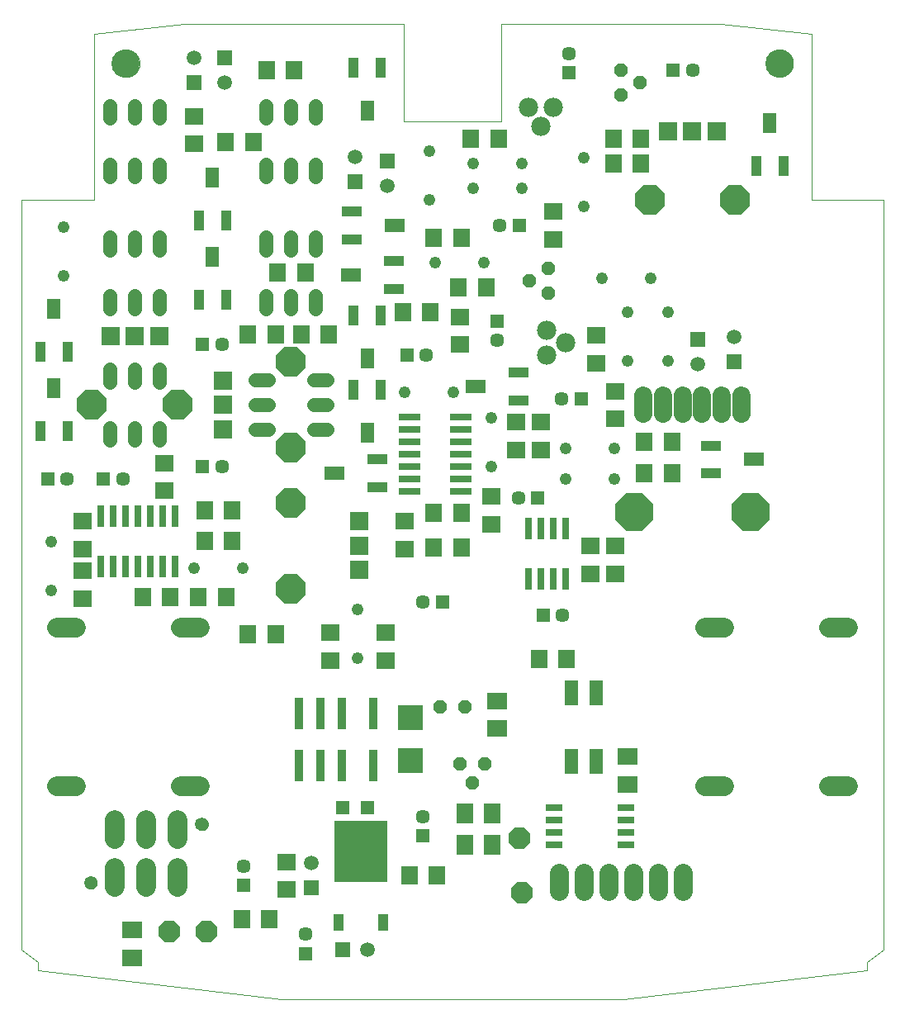
<source format=gts>
G75*
%MOIN*%
%OFA0B0*%
%FSLAX25Y25*%
%IPPOS*%
%LPD*%
%AMOC8*
5,1,8,0,0,1.08239X$1,22.5*
%
%ADD10C,0.00000*%
%ADD11C,0.04900*%
%ADD12R,0.05715X0.05715*%
%ADD13C,0.05715*%
%ADD14R,0.07487X0.06699*%
%ADD15R,0.06699X0.07487*%
%ADD16C,0.05943*%
%ADD17R,0.05943X0.05943*%
%ADD18C,0.05600*%
%ADD19R,0.02762X0.09061*%
%ADD20R,0.09061X0.02762*%
%ADD21C,0.08077*%
%ADD22R,0.03550X0.12605*%
%ADD23OC8,0.05600*%
%ADD24OC8,0.08900*%
%ADD25R,0.05400X0.10400*%
%ADD26C,0.07800*%
%ADD27R,0.06699X0.07498*%
%ADD28R,0.03943X0.08274*%
%ADD29R,0.05518X0.08274*%
%ADD30R,0.07498X0.06699*%
%ADD31R,0.08274X0.03943*%
%ADD32R,0.08274X0.05518*%
%ADD33R,0.08274X0.06699*%
%ADD34R,0.06699X0.08274*%
%ADD35R,0.07800X0.07800*%
%ADD36OC8,0.12211*%
%ADD37R,0.04337X0.06699*%
%ADD38R,0.21660X0.24809*%
%ADD39R,0.06500X0.02500*%
%ADD40R,0.09849X0.09849*%
%ADD41R,0.05400X0.05400*%
%ADD42C,0.07487*%
%ADD43OC8,0.15400*%
%ADD44C,0.07800*%
%ADD45C,0.05321*%
%ADD46C,0.11424*%
D10*
X0035280Y0038800D02*
X0041933Y0034115D01*
X0041933Y0030611D01*
X0140358Y0018800D01*
X0278154Y0018800D01*
X0376579Y0030611D01*
X0376579Y0034115D01*
X0383272Y0038800D01*
X0383272Y0341635D01*
X0354138Y0341635D01*
X0354138Y0408564D01*
X0317524Y0412501D01*
X0228941Y0412501D01*
X0228941Y0373131D01*
X0189571Y0373131D01*
X0189571Y0412501D01*
X0100988Y0412501D01*
X0064374Y0408564D01*
X0064374Y0341635D01*
X0035240Y0341635D01*
X0035280Y0038800D01*
X0041933Y0030611D02*
X0140358Y0018800D01*
X0278154Y0018800D01*
X0376579Y0030611D01*
X0105535Y0089666D02*
X0105537Y0089765D01*
X0105543Y0089864D01*
X0105553Y0089963D01*
X0105567Y0090061D01*
X0105585Y0090158D01*
X0105607Y0090255D01*
X0105632Y0090351D01*
X0105662Y0090445D01*
X0105695Y0090539D01*
X0105732Y0090631D01*
X0105773Y0090721D01*
X0105817Y0090810D01*
X0105865Y0090896D01*
X0105916Y0090981D01*
X0105971Y0091064D01*
X0106029Y0091144D01*
X0106090Y0091222D01*
X0106154Y0091298D01*
X0106221Y0091371D01*
X0106291Y0091441D01*
X0106364Y0091508D01*
X0106440Y0091572D01*
X0106518Y0091633D01*
X0106598Y0091691D01*
X0106681Y0091746D01*
X0106765Y0091797D01*
X0106852Y0091845D01*
X0106941Y0091889D01*
X0107031Y0091930D01*
X0107123Y0091967D01*
X0107217Y0092000D01*
X0107311Y0092030D01*
X0107407Y0092055D01*
X0107504Y0092077D01*
X0107601Y0092095D01*
X0107699Y0092109D01*
X0107798Y0092119D01*
X0107897Y0092125D01*
X0107996Y0092127D01*
X0108095Y0092125D01*
X0108194Y0092119D01*
X0108293Y0092109D01*
X0108391Y0092095D01*
X0108488Y0092077D01*
X0108585Y0092055D01*
X0108681Y0092030D01*
X0108775Y0092000D01*
X0108869Y0091967D01*
X0108961Y0091930D01*
X0109051Y0091889D01*
X0109140Y0091845D01*
X0109226Y0091797D01*
X0109311Y0091746D01*
X0109394Y0091691D01*
X0109474Y0091633D01*
X0109552Y0091572D01*
X0109628Y0091508D01*
X0109701Y0091441D01*
X0109771Y0091371D01*
X0109838Y0091298D01*
X0109902Y0091222D01*
X0109963Y0091144D01*
X0110021Y0091064D01*
X0110076Y0090981D01*
X0110127Y0090897D01*
X0110175Y0090810D01*
X0110219Y0090721D01*
X0110260Y0090631D01*
X0110297Y0090539D01*
X0110330Y0090445D01*
X0110360Y0090351D01*
X0110385Y0090255D01*
X0110407Y0090158D01*
X0110425Y0090061D01*
X0110439Y0089963D01*
X0110449Y0089864D01*
X0110455Y0089765D01*
X0110457Y0089666D01*
X0110455Y0089567D01*
X0110449Y0089468D01*
X0110439Y0089369D01*
X0110425Y0089271D01*
X0110407Y0089174D01*
X0110385Y0089077D01*
X0110360Y0088981D01*
X0110330Y0088887D01*
X0110297Y0088793D01*
X0110260Y0088701D01*
X0110219Y0088611D01*
X0110175Y0088522D01*
X0110127Y0088436D01*
X0110076Y0088351D01*
X0110021Y0088268D01*
X0109963Y0088188D01*
X0109902Y0088110D01*
X0109838Y0088034D01*
X0109771Y0087961D01*
X0109701Y0087891D01*
X0109628Y0087824D01*
X0109552Y0087760D01*
X0109474Y0087699D01*
X0109394Y0087641D01*
X0109311Y0087586D01*
X0109227Y0087535D01*
X0109140Y0087487D01*
X0109051Y0087443D01*
X0108961Y0087402D01*
X0108869Y0087365D01*
X0108775Y0087332D01*
X0108681Y0087302D01*
X0108585Y0087277D01*
X0108488Y0087255D01*
X0108391Y0087237D01*
X0108293Y0087223D01*
X0108194Y0087213D01*
X0108095Y0087207D01*
X0107996Y0087205D01*
X0107897Y0087207D01*
X0107798Y0087213D01*
X0107699Y0087223D01*
X0107601Y0087237D01*
X0107504Y0087255D01*
X0107407Y0087277D01*
X0107311Y0087302D01*
X0107217Y0087332D01*
X0107123Y0087365D01*
X0107031Y0087402D01*
X0106941Y0087443D01*
X0106852Y0087487D01*
X0106766Y0087535D01*
X0106681Y0087586D01*
X0106598Y0087641D01*
X0106518Y0087699D01*
X0106440Y0087760D01*
X0106364Y0087824D01*
X0106291Y0087891D01*
X0106221Y0087961D01*
X0106154Y0088034D01*
X0106090Y0088110D01*
X0106029Y0088188D01*
X0105971Y0088268D01*
X0105916Y0088351D01*
X0105865Y0088435D01*
X0105817Y0088522D01*
X0105773Y0088611D01*
X0105732Y0088701D01*
X0105695Y0088793D01*
X0105662Y0088887D01*
X0105632Y0088981D01*
X0105607Y0089077D01*
X0105585Y0089174D01*
X0105567Y0089271D01*
X0105553Y0089369D01*
X0105543Y0089468D01*
X0105537Y0089567D01*
X0105535Y0089666D01*
X0060653Y0066044D02*
X0060655Y0066143D01*
X0060661Y0066242D01*
X0060671Y0066341D01*
X0060685Y0066439D01*
X0060703Y0066536D01*
X0060725Y0066633D01*
X0060750Y0066729D01*
X0060780Y0066823D01*
X0060813Y0066917D01*
X0060850Y0067009D01*
X0060891Y0067099D01*
X0060935Y0067188D01*
X0060983Y0067274D01*
X0061034Y0067359D01*
X0061089Y0067442D01*
X0061147Y0067522D01*
X0061208Y0067600D01*
X0061272Y0067676D01*
X0061339Y0067749D01*
X0061409Y0067819D01*
X0061482Y0067886D01*
X0061558Y0067950D01*
X0061636Y0068011D01*
X0061716Y0068069D01*
X0061799Y0068124D01*
X0061883Y0068175D01*
X0061970Y0068223D01*
X0062059Y0068267D01*
X0062149Y0068308D01*
X0062241Y0068345D01*
X0062335Y0068378D01*
X0062429Y0068408D01*
X0062525Y0068433D01*
X0062622Y0068455D01*
X0062719Y0068473D01*
X0062817Y0068487D01*
X0062916Y0068497D01*
X0063015Y0068503D01*
X0063114Y0068505D01*
X0063213Y0068503D01*
X0063312Y0068497D01*
X0063411Y0068487D01*
X0063509Y0068473D01*
X0063606Y0068455D01*
X0063703Y0068433D01*
X0063799Y0068408D01*
X0063893Y0068378D01*
X0063987Y0068345D01*
X0064079Y0068308D01*
X0064169Y0068267D01*
X0064258Y0068223D01*
X0064344Y0068175D01*
X0064429Y0068124D01*
X0064512Y0068069D01*
X0064592Y0068011D01*
X0064670Y0067950D01*
X0064746Y0067886D01*
X0064819Y0067819D01*
X0064889Y0067749D01*
X0064956Y0067676D01*
X0065020Y0067600D01*
X0065081Y0067522D01*
X0065139Y0067442D01*
X0065194Y0067359D01*
X0065245Y0067275D01*
X0065293Y0067188D01*
X0065337Y0067099D01*
X0065378Y0067009D01*
X0065415Y0066917D01*
X0065448Y0066823D01*
X0065478Y0066729D01*
X0065503Y0066633D01*
X0065525Y0066536D01*
X0065543Y0066439D01*
X0065557Y0066341D01*
X0065567Y0066242D01*
X0065573Y0066143D01*
X0065575Y0066044D01*
X0065573Y0065945D01*
X0065567Y0065846D01*
X0065557Y0065747D01*
X0065543Y0065649D01*
X0065525Y0065552D01*
X0065503Y0065455D01*
X0065478Y0065359D01*
X0065448Y0065265D01*
X0065415Y0065171D01*
X0065378Y0065079D01*
X0065337Y0064989D01*
X0065293Y0064900D01*
X0065245Y0064814D01*
X0065194Y0064729D01*
X0065139Y0064646D01*
X0065081Y0064566D01*
X0065020Y0064488D01*
X0064956Y0064412D01*
X0064889Y0064339D01*
X0064819Y0064269D01*
X0064746Y0064202D01*
X0064670Y0064138D01*
X0064592Y0064077D01*
X0064512Y0064019D01*
X0064429Y0063964D01*
X0064345Y0063913D01*
X0064258Y0063865D01*
X0064169Y0063821D01*
X0064079Y0063780D01*
X0063987Y0063743D01*
X0063893Y0063710D01*
X0063799Y0063680D01*
X0063703Y0063655D01*
X0063606Y0063633D01*
X0063509Y0063615D01*
X0063411Y0063601D01*
X0063312Y0063591D01*
X0063213Y0063585D01*
X0063114Y0063583D01*
X0063015Y0063585D01*
X0062916Y0063591D01*
X0062817Y0063601D01*
X0062719Y0063615D01*
X0062622Y0063633D01*
X0062525Y0063655D01*
X0062429Y0063680D01*
X0062335Y0063710D01*
X0062241Y0063743D01*
X0062149Y0063780D01*
X0062059Y0063821D01*
X0061970Y0063865D01*
X0061884Y0063913D01*
X0061799Y0063964D01*
X0061716Y0064019D01*
X0061636Y0064077D01*
X0061558Y0064138D01*
X0061482Y0064202D01*
X0061409Y0064269D01*
X0061339Y0064339D01*
X0061272Y0064412D01*
X0061208Y0064488D01*
X0061147Y0064566D01*
X0061089Y0064646D01*
X0061034Y0064729D01*
X0060983Y0064813D01*
X0060935Y0064900D01*
X0060891Y0064989D01*
X0060850Y0065079D01*
X0060813Y0065171D01*
X0060780Y0065265D01*
X0060750Y0065359D01*
X0060725Y0065455D01*
X0060703Y0065552D01*
X0060685Y0065649D01*
X0060671Y0065747D01*
X0060661Y0065846D01*
X0060655Y0065945D01*
X0060653Y0066044D01*
X0071854Y0396753D02*
X0071856Y0396901D01*
X0071862Y0397049D01*
X0071872Y0397197D01*
X0071886Y0397344D01*
X0071904Y0397491D01*
X0071925Y0397637D01*
X0071951Y0397783D01*
X0071981Y0397928D01*
X0072014Y0398072D01*
X0072052Y0398215D01*
X0072093Y0398357D01*
X0072138Y0398498D01*
X0072186Y0398638D01*
X0072239Y0398777D01*
X0072295Y0398914D01*
X0072355Y0399049D01*
X0072418Y0399183D01*
X0072485Y0399315D01*
X0072556Y0399445D01*
X0072630Y0399573D01*
X0072707Y0399699D01*
X0072788Y0399823D01*
X0072872Y0399945D01*
X0072959Y0400064D01*
X0073050Y0400181D01*
X0073144Y0400296D01*
X0073240Y0400408D01*
X0073340Y0400518D01*
X0073442Y0400624D01*
X0073548Y0400728D01*
X0073656Y0400829D01*
X0073767Y0400927D01*
X0073880Y0401023D01*
X0073996Y0401115D01*
X0074114Y0401204D01*
X0074235Y0401289D01*
X0074358Y0401372D01*
X0074483Y0401451D01*
X0074610Y0401527D01*
X0074739Y0401599D01*
X0074870Y0401668D01*
X0075003Y0401733D01*
X0075138Y0401794D01*
X0075274Y0401852D01*
X0075411Y0401907D01*
X0075550Y0401957D01*
X0075691Y0402004D01*
X0075832Y0402047D01*
X0075975Y0402087D01*
X0076119Y0402122D01*
X0076263Y0402154D01*
X0076409Y0402181D01*
X0076555Y0402205D01*
X0076702Y0402225D01*
X0076849Y0402241D01*
X0076996Y0402253D01*
X0077144Y0402261D01*
X0077292Y0402265D01*
X0077440Y0402265D01*
X0077588Y0402261D01*
X0077736Y0402253D01*
X0077883Y0402241D01*
X0078030Y0402225D01*
X0078177Y0402205D01*
X0078323Y0402181D01*
X0078469Y0402154D01*
X0078613Y0402122D01*
X0078757Y0402087D01*
X0078900Y0402047D01*
X0079041Y0402004D01*
X0079182Y0401957D01*
X0079321Y0401907D01*
X0079458Y0401852D01*
X0079594Y0401794D01*
X0079729Y0401733D01*
X0079862Y0401668D01*
X0079993Y0401599D01*
X0080122Y0401527D01*
X0080249Y0401451D01*
X0080374Y0401372D01*
X0080497Y0401289D01*
X0080618Y0401204D01*
X0080736Y0401115D01*
X0080852Y0401023D01*
X0080965Y0400927D01*
X0081076Y0400829D01*
X0081184Y0400728D01*
X0081290Y0400624D01*
X0081392Y0400518D01*
X0081492Y0400408D01*
X0081588Y0400296D01*
X0081682Y0400181D01*
X0081773Y0400064D01*
X0081860Y0399945D01*
X0081944Y0399823D01*
X0082025Y0399699D01*
X0082102Y0399573D01*
X0082176Y0399445D01*
X0082247Y0399315D01*
X0082314Y0399183D01*
X0082377Y0399049D01*
X0082437Y0398914D01*
X0082493Y0398777D01*
X0082546Y0398638D01*
X0082594Y0398498D01*
X0082639Y0398357D01*
X0082680Y0398215D01*
X0082718Y0398072D01*
X0082751Y0397928D01*
X0082781Y0397783D01*
X0082807Y0397637D01*
X0082828Y0397491D01*
X0082846Y0397344D01*
X0082860Y0397197D01*
X0082870Y0397049D01*
X0082876Y0396901D01*
X0082878Y0396753D01*
X0082876Y0396605D01*
X0082870Y0396457D01*
X0082860Y0396309D01*
X0082846Y0396162D01*
X0082828Y0396015D01*
X0082807Y0395869D01*
X0082781Y0395723D01*
X0082751Y0395578D01*
X0082718Y0395434D01*
X0082680Y0395291D01*
X0082639Y0395149D01*
X0082594Y0395008D01*
X0082546Y0394868D01*
X0082493Y0394729D01*
X0082437Y0394592D01*
X0082377Y0394457D01*
X0082314Y0394323D01*
X0082247Y0394191D01*
X0082176Y0394061D01*
X0082102Y0393933D01*
X0082025Y0393807D01*
X0081944Y0393683D01*
X0081860Y0393561D01*
X0081773Y0393442D01*
X0081682Y0393325D01*
X0081588Y0393210D01*
X0081492Y0393098D01*
X0081392Y0392988D01*
X0081290Y0392882D01*
X0081184Y0392778D01*
X0081076Y0392677D01*
X0080965Y0392579D01*
X0080852Y0392483D01*
X0080736Y0392391D01*
X0080618Y0392302D01*
X0080497Y0392217D01*
X0080374Y0392134D01*
X0080249Y0392055D01*
X0080122Y0391979D01*
X0079993Y0391907D01*
X0079862Y0391838D01*
X0079729Y0391773D01*
X0079594Y0391712D01*
X0079458Y0391654D01*
X0079321Y0391599D01*
X0079182Y0391549D01*
X0079041Y0391502D01*
X0078900Y0391459D01*
X0078757Y0391419D01*
X0078613Y0391384D01*
X0078469Y0391352D01*
X0078323Y0391325D01*
X0078177Y0391301D01*
X0078030Y0391281D01*
X0077883Y0391265D01*
X0077736Y0391253D01*
X0077588Y0391245D01*
X0077440Y0391241D01*
X0077292Y0391241D01*
X0077144Y0391245D01*
X0076996Y0391253D01*
X0076849Y0391265D01*
X0076702Y0391281D01*
X0076555Y0391301D01*
X0076409Y0391325D01*
X0076263Y0391352D01*
X0076119Y0391384D01*
X0075975Y0391419D01*
X0075832Y0391459D01*
X0075691Y0391502D01*
X0075550Y0391549D01*
X0075411Y0391599D01*
X0075274Y0391654D01*
X0075138Y0391712D01*
X0075003Y0391773D01*
X0074870Y0391838D01*
X0074739Y0391907D01*
X0074610Y0391979D01*
X0074483Y0392055D01*
X0074358Y0392134D01*
X0074235Y0392217D01*
X0074114Y0392302D01*
X0073996Y0392391D01*
X0073880Y0392483D01*
X0073767Y0392579D01*
X0073656Y0392677D01*
X0073548Y0392778D01*
X0073442Y0392882D01*
X0073340Y0392988D01*
X0073240Y0393098D01*
X0073144Y0393210D01*
X0073050Y0393325D01*
X0072959Y0393442D01*
X0072872Y0393561D01*
X0072788Y0393683D01*
X0072707Y0393807D01*
X0072630Y0393933D01*
X0072556Y0394061D01*
X0072485Y0394191D01*
X0072418Y0394323D01*
X0072355Y0394457D01*
X0072295Y0394592D01*
X0072239Y0394729D01*
X0072186Y0394868D01*
X0072138Y0395008D01*
X0072093Y0395149D01*
X0072052Y0395291D01*
X0072014Y0395434D01*
X0071981Y0395578D01*
X0071951Y0395723D01*
X0071925Y0395869D01*
X0071904Y0396015D01*
X0071886Y0396162D01*
X0071872Y0396309D01*
X0071862Y0396457D01*
X0071856Y0396605D01*
X0071854Y0396753D01*
X0335634Y0396753D02*
X0335636Y0396901D01*
X0335642Y0397049D01*
X0335652Y0397197D01*
X0335666Y0397344D01*
X0335684Y0397491D01*
X0335705Y0397637D01*
X0335731Y0397783D01*
X0335761Y0397928D01*
X0335794Y0398072D01*
X0335832Y0398215D01*
X0335873Y0398357D01*
X0335918Y0398498D01*
X0335966Y0398638D01*
X0336019Y0398777D01*
X0336075Y0398914D01*
X0336135Y0399049D01*
X0336198Y0399183D01*
X0336265Y0399315D01*
X0336336Y0399445D01*
X0336410Y0399573D01*
X0336487Y0399699D01*
X0336568Y0399823D01*
X0336652Y0399945D01*
X0336739Y0400064D01*
X0336830Y0400181D01*
X0336924Y0400296D01*
X0337020Y0400408D01*
X0337120Y0400518D01*
X0337222Y0400624D01*
X0337328Y0400728D01*
X0337436Y0400829D01*
X0337547Y0400927D01*
X0337660Y0401023D01*
X0337776Y0401115D01*
X0337894Y0401204D01*
X0338015Y0401289D01*
X0338138Y0401372D01*
X0338263Y0401451D01*
X0338390Y0401527D01*
X0338519Y0401599D01*
X0338650Y0401668D01*
X0338783Y0401733D01*
X0338918Y0401794D01*
X0339054Y0401852D01*
X0339191Y0401907D01*
X0339330Y0401957D01*
X0339471Y0402004D01*
X0339612Y0402047D01*
X0339755Y0402087D01*
X0339899Y0402122D01*
X0340043Y0402154D01*
X0340189Y0402181D01*
X0340335Y0402205D01*
X0340482Y0402225D01*
X0340629Y0402241D01*
X0340776Y0402253D01*
X0340924Y0402261D01*
X0341072Y0402265D01*
X0341220Y0402265D01*
X0341368Y0402261D01*
X0341516Y0402253D01*
X0341663Y0402241D01*
X0341810Y0402225D01*
X0341957Y0402205D01*
X0342103Y0402181D01*
X0342249Y0402154D01*
X0342393Y0402122D01*
X0342537Y0402087D01*
X0342680Y0402047D01*
X0342821Y0402004D01*
X0342962Y0401957D01*
X0343101Y0401907D01*
X0343238Y0401852D01*
X0343374Y0401794D01*
X0343509Y0401733D01*
X0343642Y0401668D01*
X0343773Y0401599D01*
X0343902Y0401527D01*
X0344029Y0401451D01*
X0344154Y0401372D01*
X0344277Y0401289D01*
X0344398Y0401204D01*
X0344516Y0401115D01*
X0344632Y0401023D01*
X0344745Y0400927D01*
X0344856Y0400829D01*
X0344964Y0400728D01*
X0345070Y0400624D01*
X0345172Y0400518D01*
X0345272Y0400408D01*
X0345368Y0400296D01*
X0345462Y0400181D01*
X0345553Y0400064D01*
X0345640Y0399945D01*
X0345724Y0399823D01*
X0345805Y0399699D01*
X0345882Y0399573D01*
X0345956Y0399445D01*
X0346027Y0399315D01*
X0346094Y0399183D01*
X0346157Y0399049D01*
X0346217Y0398914D01*
X0346273Y0398777D01*
X0346326Y0398638D01*
X0346374Y0398498D01*
X0346419Y0398357D01*
X0346460Y0398215D01*
X0346498Y0398072D01*
X0346531Y0397928D01*
X0346561Y0397783D01*
X0346587Y0397637D01*
X0346608Y0397491D01*
X0346626Y0397344D01*
X0346640Y0397197D01*
X0346650Y0397049D01*
X0346656Y0396901D01*
X0346658Y0396753D01*
X0346656Y0396605D01*
X0346650Y0396457D01*
X0346640Y0396309D01*
X0346626Y0396162D01*
X0346608Y0396015D01*
X0346587Y0395869D01*
X0346561Y0395723D01*
X0346531Y0395578D01*
X0346498Y0395434D01*
X0346460Y0395291D01*
X0346419Y0395149D01*
X0346374Y0395008D01*
X0346326Y0394868D01*
X0346273Y0394729D01*
X0346217Y0394592D01*
X0346157Y0394457D01*
X0346094Y0394323D01*
X0346027Y0394191D01*
X0345956Y0394061D01*
X0345882Y0393933D01*
X0345805Y0393807D01*
X0345724Y0393683D01*
X0345640Y0393561D01*
X0345553Y0393442D01*
X0345462Y0393325D01*
X0345368Y0393210D01*
X0345272Y0393098D01*
X0345172Y0392988D01*
X0345070Y0392882D01*
X0344964Y0392778D01*
X0344856Y0392677D01*
X0344745Y0392579D01*
X0344632Y0392483D01*
X0344516Y0392391D01*
X0344398Y0392302D01*
X0344277Y0392217D01*
X0344154Y0392134D01*
X0344029Y0392055D01*
X0343902Y0391979D01*
X0343773Y0391907D01*
X0343642Y0391838D01*
X0343509Y0391773D01*
X0343374Y0391712D01*
X0343238Y0391654D01*
X0343101Y0391599D01*
X0342962Y0391549D01*
X0342821Y0391502D01*
X0342680Y0391459D01*
X0342537Y0391419D01*
X0342393Y0391384D01*
X0342249Y0391352D01*
X0342103Y0391325D01*
X0341957Y0391301D01*
X0341810Y0391281D01*
X0341663Y0391265D01*
X0341516Y0391253D01*
X0341368Y0391245D01*
X0341220Y0391241D01*
X0341072Y0391241D01*
X0340924Y0391245D01*
X0340776Y0391253D01*
X0340629Y0391265D01*
X0340482Y0391281D01*
X0340335Y0391301D01*
X0340189Y0391325D01*
X0340043Y0391352D01*
X0339899Y0391384D01*
X0339755Y0391419D01*
X0339612Y0391459D01*
X0339471Y0391502D01*
X0339330Y0391549D01*
X0339191Y0391599D01*
X0339054Y0391654D01*
X0338918Y0391712D01*
X0338783Y0391773D01*
X0338650Y0391838D01*
X0338519Y0391907D01*
X0338390Y0391979D01*
X0338263Y0392055D01*
X0338138Y0392134D01*
X0338015Y0392217D01*
X0337894Y0392302D01*
X0337776Y0392391D01*
X0337660Y0392483D01*
X0337547Y0392579D01*
X0337436Y0392677D01*
X0337328Y0392778D01*
X0337222Y0392882D01*
X0337120Y0392988D01*
X0337020Y0393098D01*
X0336924Y0393210D01*
X0336830Y0393325D01*
X0336739Y0393442D01*
X0336652Y0393561D01*
X0336568Y0393683D01*
X0336487Y0393807D01*
X0336410Y0393933D01*
X0336336Y0394061D01*
X0336265Y0394191D01*
X0336198Y0394323D01*
X0336135Y0394457D01*
X0336075Y0394592D01*
X0336019Y0394729D01*
X0335966Y0394868D01*
X0335918Y0395008D01*
X0335873Y0395149D01*
X0335832Y0395291D01*
X0335794Y0395434D01*
X0335761Y0395578D01*
X0335731Y0395723D01*
X0335705Y0395869D01*
X0335684Y0396015D01*
X0335666Y0396162D01*
X0335652Y0396309D01*
X0335642Y0396457D01*
X0335636Y0396605D01*
X0335634Y0396753D01*
D11*
X0262248Y0358643D03*
X0262248Y0338957D03*
X0237091Y0346300D03*
X0237091Y0356300D03*
X0217406Y0356300D03*
X0217406Y0346300D03*
X0199748Y0341457D03*
X0199748Y0361143D03*
X0202248Y0316300D03*
X0221933Y0316300D03*
X0269406Y0309800D03*
X0279748Y0296143D03*
X0296248Y0296143D03*
X0289091Y0309800D03*
X0296248Y0276457D03*
X0279748Y0276457D03*
X0274591Y0241300D03*
X0274591Y0228800D03*
X0254906Y0228800D03*
X0254906Y0241300D03*
X0224748Y0233957D03*
X0224748Y0253643D03*
X0209433Y0263800D03*
X0189748Y0263800D03*
X0124591Y0192800D03*
X0104906Y0192800D03*
X0047248Y0183957D03*
X0047248Y0203643D03*
X0052248Y0310957D03*
X0052248Y0330643D03*
X0170748Y0176143D03*
X0170748Y0156457D03*
D12*
X0205185Y0179300D03*
X0245811Y0173800D03*
X0243685Y0221300D03*
X0261185Y0261300D03*
X0227248Y0292737D03*
X0190811Y0278800D03*
X0236185Y0331300D03*
X0256248Y0392863D03*
X0298311Y0393800D03*
X0108311Y0283300D03*
X0108311Y0233800D03*
X0068311Y0228800D03*
X0045811Y0228800D03*
X0197248Y0084863D03*
X0149748Y0037363D03*
X0124748Y0064863D03*
D13*
X0124748Y0072737D03*
X0149748Y0045237D03*
X0197248Y0092737D03*
X0253685Y0173800D03*
X0235811Y0221300D03*
X0253311Y0261300D03*
X0227248Y0284863D03*
X0198685Y0278800D03*
X0228311Y0331300D03*
X0256248Y0400737D03*
X0306185Y0393800D03*
X0116185Y0283300D03*
X0116185Y0233800D03*
X0076185Y0228800D03*
X0053685Y0228800D03*
X0197311Y0179300D03*
D14*
X0224748Y0210788D03*
X0224748Y0221812D03*
X0142248Y0074312D03*
X0142248Y0063288D03*
D15*
X0135260Y0051300D03*
X0124236Y0051300D03*
X0191736Y0068800D03*
X0202760Y0068800D03*
X0244236Y0156300D03*
X0255260Y0156300D03*
D16*
X0152248Y0073800D03*
X0174748Y0038800D03*
X0308248Y0275300D03*
X0322748Y0286300D03*
X0182748Y0347300D03*
X0169748Y0358800D03*
X0117248Y0388800D03*
X0104748Y0398800D03*
D17*
X0104748Y0388800D03*
X0117248Y0398800D03*
X0169748Y0348800D03*
X0182748Y0357300D03*
X0308248Y0285300D03*
X0322748Y0276300D03*
X0152248Y0063800D03*
X0164748Y0038800D03*
D18*
X0090988Y0244489D02*
X0090988Y0249689D01*
X0080988Y0249689D02*
X0080988Y0244489D01*
X0070988Y0244489D02*
X0070988Y0249689D01*
X0070988Y0268111D02*
X0070988Y0273311D01*
X0080988Y0273311D02*
X0080988Y0268111D01*
X0090988Y0268111D02*
X0090988Y0273311D01*
X0090988Y0297696D02*
X0090988Y0302896D01*
X0080988Y0302896D02*
X0080988Y0297696D01*
X0070988Y0297696D02*
X0070988Y0302896D01*
X0070988Y0321318D02*
X0070988Y0326518D01*
X0080988Y0326518D02*
X0080988Y0321318D01*
X0090988Y0321318D02*
X0090988Y0326518D01*
X0090988Y0350846D02*
X0090988Y0356046D01*
X0080988Y0356046D02*
X0080988Y0350846D01*
X0070988Y0350846D02*
X0070988Y0356046D01*
X0070988Y0374468D02*
X0070988Y0379668D01*
X0080988Y0379668D02*
X0080988Y0374468D01*
X0090988Y0374468D02*
X0090988Y0379668D01*
X0133980Y0379668D02*
X0133980Y0374468D01*
X0143980Y0374468D02*
X0143980Y0379668D01*
X0153980Y0379668D02*
X0153980Y0374468D01*
X0153980Y0356046D02*
X0153980Y0350846D01*
X0143980Y0350846D02*
X0143980Y0356046D01*
X0133980Y0356046D02*
X0133980Y0350846D01*
X0133980Y0326518D02*
X0133980Y0321318D01*
X0143980Y0321318D02*
X0143980Y0326518D01*
X0153980Y0326518D02*
X0153980Y0321318D01*
X0153980Y0302896D02*
X0153980Y0297696D01*
X0143980Y0297696D02*
X0143980Y0302896D01*
X0133980Y0302896D02*
X0133980Y0297696D01*
X0134769Y0268800D02*
X0129569Y0268800D01*
X0129569Y0258800D02*
X0134769Y0258800D01*
X0134769Y0248800D02*
X0129569Y0248800D01*
X0153191Y0248800D02*
X0158391Y0248800D01*
X0158391Y0258800D02*
X0153191Y0258800D01*
X0153191Y0268800D02*
X0158391Y0268800D01*
D19*
X0097248Y0214036D03*
X0092248Y0214036D03*
X0087248Y0214036D03*
X0082248Y0214036D03*
X0077248Y0214036D03*
X0072248Y0214036D03*
X0067248Y0214036D03*
X0067248Y0193564D03*
X0072248Y0193564D03*
X0077248Y0193564D03*
X0082248Y0193564D03*
X0087248Y0193564D03*
X0092248Y0193564D03*
X0097248Y0193564D03*
X0239748Y0188564D03*
X0244748Y0188564D03*
X0249748Y0188564D03*
X0254748Y0188564D03*
X0254748Y0209036D03*
X0249748Y0209036D03*
X0244748Y0209036D03*
X0239748Y0209036D03*
D20*
X0212484Y0223800D03*
X0212484Y0228800D03*
X0212484Y0233800D03*
X0212484Y0238800D03*
X0212484Y0243800D03*
X0212484Y0248800D03*
X0212484Y0253800D03*
X0192012Y0253800D03*
X0192012Y0248800D03*
X0192012Y0243800D03*
X0192012Y0238800D03*
X0192012Y0233800D03*
X0192012Y0228800D03*
X0192012Y0223800D03*
D21*
X0107307Y0168859D02*
X0099630Y0168859D01*
X0057307Y0168859D02*
X0049630Y0168859D01*
X0049630Y0104961D02*
X0057307Y0104961D01*
X0072957Y0091438D02*
X0072957Y0083761D01*
X0072957Y0071950D02*
X0072957Y0064272D01*
X0085555Y0064272D02*
X0085555Y0071950D01*
X0085555Y0083761D02*
X0085555Y0091438D01*
X0098154Y0091438D02*
X0098154Y0083761D01*
X0098154Y0071950D02*
X0098154Y0064272D01*
X0099630Y0104961D02*
X0107307Y0104961D01*
X0311244Y0104961D02*
X0318921Y0104961D01*
X0361244Y0104961D02*
X0368921Y0104961D01*
X0368921Y0168859D02*
X0361244Y0168859D01*
X0318921Y0168859D02*
X0311244Y0168859D01*
D22*
X0177209Y0134233D03*
X0164610Y0134233D03*
X0155949Y0134233D03*
X0147287Y0134233D03*
X0147287Y0113367D03*
X0155949Y0113367D03*
X0164610Y0113367D03*
X0177209Y0113367D03*
D23*
X0204256Y0136910D03*
X0214256Y0136910D03*
X0212248Y0113800D03*
X0217248Y0106300D03*
X0222248Y0113800D03*
X0247748Y0303800D03*
X0240248Y0308800D03*
X0247748Y0313800D03*
X0277248Y0383800D03*
X0284748Y0388800D03*
X0277248Y0393800D03*
D24*
X0236248Y0083800D03*
X0237248Y0061800D03*
X0109748Y0046300D03*
X0094748Y0046300D03*
D25*
X0257248Y0115020D03*
X0267248Y0115020D03*
X0267248Y0142580D03*
X0257248Y0142580D03*
D26*
X0247248Y0278800D03*
X0254748Y0283800D03*
X0247248Y0288800D03*
X0244748Y0371300D03*
X0239748Y0378800D03*
X0249748Y0378800D03*
D27*
X0227846Y0366300D03*
X0216650Y0366300D03*
X0212846Y0326300D03*
X0201650Y0326300D03*
X0211650Y0306300D03*
X0222846Y0306300D03*
X0200346Y0296300D03*
X0189150Y0296300D03*
X0159346Y0287300D03*
X0148150Y0287300D03*
X0137846Y0287300D03*
X0126650Y0287300D03*
X0138650Y0312300D03*
X0149846Y0312300D03*
X0128846Y0364800D03*
X0117650Y0364800D03*
X0134150Y0393800D03*
X0145346Y0393800D03*
X0274150Y0366300D03*
X0274150Y0356300D03*
X0285346Y0356300D03*
X0285346Y0366300D03*
X0286650Y0243800D03*
X0297846Y0243800D03*
X0297846Y0231300D03*
X0286650Y0231300D03*
X0212846Y0215300D03*
X0201650Y0215300D03*
X0201650Y0201300D03*
X0212846Y0201300D03*
X0137846Y0166300D03*
X0126650Y0166300D03*
X0117846Y0181300D03*
X0106650Y0181300D03*
X0095346Y0181300D03*
X0084150Y0181300D03*
X0109150Y0203800D03*
X0120346Y0203800D03*
X0120346Y0216300D03*
X0109150Y0216300D03*
D28*
X0053760Y0248139D03*
X0042736Y0248139D03*
X0042736Y0280139D03*
X0053760Y0280139D03*
X0106736Y0301139D03*
X0117760Y0301139D03*
X0117760Y0333139D03*
X0106736Y0333139D03*
X0169236Y0294961D03*
X0180260Y0294961D03*
X0180260Y0264961D03*
X0169236Y0264961D03*
X0169236Y0394961D03*
X0180260Y0394961D03*
X0331736Y0355139D03*
X0342760Y0355139D03*
D29*
X0337248Y0372461D03*
X0174748Y0377639D03*
X0112248Y0350461D03*
X0112248Y0318461D03*
X0048248Y0297461D03*
X0048248Y0265461D03*
X0174748Y0277639D03*
X0174748Y0247639D03*
D30*
X0189748Y0211898D03*
X0189748Y0200702D03*
X0182248Y0166898D03*
X0182248Y0155702D03*
X0159748Y0155702D03*
X0159748Y0166898D03*
X0092748Y0224202D03*
X0092748Y0235398D03*
X0059748Y0211898D03*
X0059748Y0200702D03*
X0059748Y0191898D03*
X0059748Y0180702D03*
X0212248Y0283202D03*
X0212248Y0294398D03*
X0249748Y0325702D03*
X0249748Y0336898D03*
X0267248Y0286898D03*
X0267248Y0275702D03*
X0274748Y0264398D03*
X0274748Y0253202D03*
X0244748Y0251898D03*
X0234748Y0251898D03*
X0234748Y0240702D03*
X0244748Y0240702D03*
X0264748Y0201898D03*
X0274748Y0201898D03*
X0274748Y0190702D03*
X0264748Y0190702D03*
X0104748Y0364202D03*
X0104748Y0375398D03*
D31*
X0168587Y0336812D03*
X0168587Y0325788D03*
X0185409Y0316812D03*
X0185409Y0305788D03*
X0235909Y0271812D03*
X0235909Y0260788D03*
X0178909Y0236812D03*
X0178909Y0225788D03*
X0313587Y0231288D03*
X0313587Y0242312D03*
D32*
X0330909Y0236800D03*
X0218587Y0266300D03*
X0168087Y0311300D03*
X0185909Y0331300D03*
X0161587Y0231300D03*
D33*
X0227248Y0139312D03*
X0227248Y0128288D03*
X0279748Y0116812D03*
X0279748Y0105788D03*
X0079748Y0046812D03*
X0079748Y0035788D03*
D34*
X0214236Y0081300D03*
X0225260Y0081300D03*
X0225260Y0093800D03*
X0214236Y0093800D03*
D35*
X0171539Y0192186D03*
X0171539Y0202028D03*
X0171539Y0211871D03*
X0116421Y0248957D03*
X0116421Y0258800D03*
X0116421Y0268643D03*
X0090831Y0286459D03*
X0080988Y0286459D03*
X0071146Y0286459D03*
X0296185Y0369194D03*
X0306028Y0369194D03*
X0315870Y0369194D03*
D36*
X0323350Y0341635D03*
X0288705Y0341635D03*
X0143980Y0276123D03*
X0143980Y0241477D03*
X0143980Y0219351D03*
X0143980Y0184706D03*
X0098311Y0258900D03*
X0063665Y0258900D03*
D37*
X0163272Y0049902D03*
X0181224Y0049902D03*
D38*
X0172248Y0078643D03*
D39*
X0250148Y0081300D03*
X0250148Y0086300D03*
X0250148Y0091300D03*
X0250148Y0096300D03*
X0279348Y0096300D03*
X0279348Y0091300D03*
X0279348Y0086300D03*
X0279348Y0081300D03*
D40*
X0192248Y0115139D03*
X0192248Y0132461D03*
D41*
X0174748Y0096300D03*
X0164748Y0096300D03*
D42*
X0286343Y0255414D02*
X0286343Y0262501D01*
X0294217Y0262501D02*
X0294217Y0255414D01*
X0302091Y0255414D02*
X0302091Y0262501D01*
X0309965Y0262501D02*
X0309965Y0255414D01*
X0317839Y0255414D02*
X0317839Y0262501D01*
X0325713Y0262501D02*
X0325713Y0255414D01*
D43*
X0329650Y0215650D03*
X0282406Y0215650D03*
D44*
X0282248Y0070000D02*
X0282248Y0062600D01*
X0272248Y0062600D02*
X0272248Y0070000D01*
X0262248Y0070000D02*
X0262248Y0062600D01*
X0252248Y0062600D02*
X0252248Y0070000D01*
X0292248Y0070000D02*
X0292248Y0062600D01*
X0302248Y0062600D02*
X0302248Y0070000D01*
D45*
X0107996Y0089666D03*
X0063114Y0066044D03*
D46*
X0077366Y0396753D03*
X0341146Y0396753D03*
M02*

</source>
